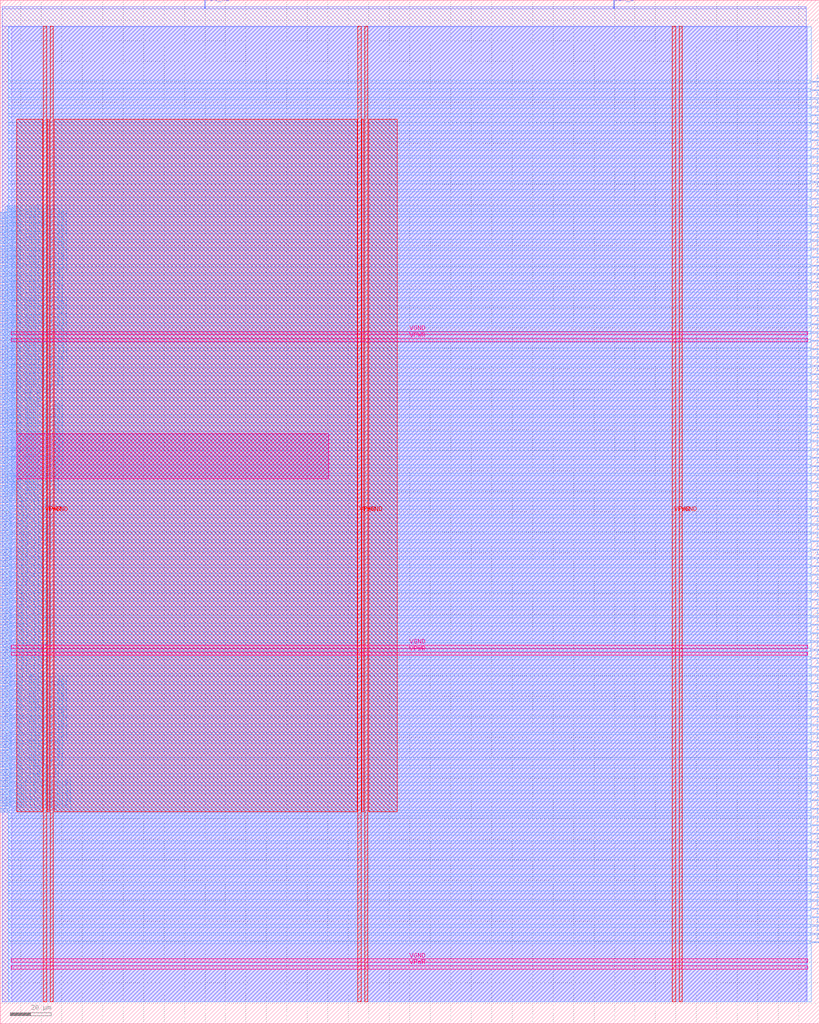
<source format=lef>
VERSION 5.7 ;
  NOWIREEXTENSIONATPIN ON ;
  DIVIDERCHAR "/" ;
  BUSBITCHARS "[]" ;
MACRO core
  CLASS BLOCK ;
  FOREIGN core ;
  ORIGIN 0.000 0.000 ;
  SIZE 400.000 BY 500.000 ;
  PIN VGND
    USE GROUND ;
    PORT
      LAYER met5 ;
        RECT 5.280 336.390 394.460 337.990 ;
    END
    PORT
      LAYER met5 ;
        RECT 5.280 183.210 394.460 184.810 ;
    END
    PORT
      LAYER met5 ;
        RECT 5.280 30.030 394.460 31.630 ;
    END
    PORT
      LAYER met4 ;
        RECT 331.540 10.640 333.140 487.120 ;
    END
    PORT
      LAYER met4 ;
        RECT 177.940 10.640 179.540 487.120 ;
    END
    PORT
      LAYER met4 ;
        RECT 24.340 10.640 25.940 487.120 ;
    END
  END VGND
  PIN VPWR
    USE POWER ;
    PORT
      LAYER met5 ;
        RECT 5.280 333.090 394.460 334.690 ;
    END
    PORT
      LAYER met5 ;
        RECT 5.280 179.910 394.460 181.510 ;
    END
    PORT
      LAYER met5 ;
        RECT 5.280 26.730 394.460 28.330 ;
    END
    PORT
      LAYER met4 ;
        RECT 328.240 10.640 329.840 487.120 ;
    END
    PORT
      LAYER met4 ;
        RECT 174.640 10.640 176.240 487.120 ;
    END
    PORT
      LAYER met4 ;
        RECT 21.040 10.640 22.640 487.120 ;
    END
  END VPWR
  PIN clk_i
    PORT
      LAYER met2 ;
        RECT 299.550 496.000 299.830 500.000 ;
    END
  END clk_i
  PIN dmem_addr_o[0]
    PORT
      LAYER met3 ;
        RECT 0.000 258.440 4.000 259.040 ;
    END
  END dmem_addr_o[0]
  PIN dmem_addr_o[10]
    PORT
      LAYER met3 ;
        RECT 0.000 272.040 4.000 272.640 ;
    END
  END dmem_addr_o[10]
  PIN dmem_addr_o[11]
    PORT
      LAYER met3 ;
        RECT 0.000 273.400 4.000 274.000 ;
    END
  END dmem_addr_o[11]
  PIN dmem_addr_o[12]
    PORT
      LAYER met3 ;
        RECT 0.000 274.760 4.000 275.360 ;
    END
  END dmem_addr_o[12]
  PIN dmem_addr_o[13]
    PORT
      LAYER met3 ;
        RECT 0.000 276.120 4.000 276.720 ;
    END
  END dmem_addr_o[13]
  PIN dmem_addr_o[14]
    PORT
      LAYER met3 ;
        RECT 0.000 277.480 4.000 278.080 ;
    END
  END dmem_addr_o[14]
  PIN dmem_addr_o[15]
    PORT
      LAYER met3 ;
        RECT 0.000 278.840 4.000 279.440 ;
    END
  END dmem_addr_o[15]
  PIN dmem_addr_o[16]
    PORT
      LAYER met3 ;
        RECT 0.000 280.200 4.000 280.800 ;
    END
  END dmem_addr_o[16]
  PIN dmem_addr_o[17]
    PORT
      LAYER met3 ;
        RECT 0.000 281.560 4.000 282.160 ;
    END
  END dmem_addr_o[17]
  PIN dmem_addr_o[18]
    PORT
      LAYER met3 ;
        RECT 0.000 282.920 4.000 283.520 ;
    END
  END dmem_addr_o[18]
  PIN dmem_addr_o[19]
    PORT
      LAYER met3 ;
        RECT 0.000 284.280 4.000 284.880 ;
    END
  END dmem_addr_o[19]
  PIN dmem_addr_o[1]
    PORT
      LAYER met3 ;
        RECT 0.000 259.800 4.000 260.400 ;
    END
  END dmem_addr_o[1]
  PIN dmem_addr_o[20]
    PORT
      LAYER met3 ;
        RECT 0.000 285.640 4.000 286.240 ;
    END
  END dmem_addr_o[20]
  PIN dmem_addr_o[21]
    PORT
      LAYER met3 ;
        RECT 0.000 287.000 4.000 287.600 ;
    END
  END dmem_addr_o[21]
  PIN dmem_addr_o[22]
    PORT
      LAYER met3 ;
        RECT 0.000 288.360 4.000 288.960 ;
    END
  END dmem_addr_o[22]
  PIN dmem_addr_o[23]
    PORT
      LAYER met3 ;
        RECT 0.000 289.720 4.000 290.320 ;
    END
  END dmem_addr_o[23]
  PIN dmem_addr_o[24]
    PORT
      LAYER met3 ;
        RECT 0.000 291.080 4.000 291.680 ;
    END
  END dmem_addr_o[24]
  PIN dmem_addr_o[25]
    PORT
      LAYER met3 ;
        RECT 0.000 292.440 4.000 293.040 ;
    END
  END dmem_addr_o[25]
  PIN dmem_addr_o[26]
    PORT
      LAYER met3 ;
        RECT 0.000 293.800 4.000 294.400 ;
    END
  END dmem_addr_o[26]
  PIN dmem_addr_o[27]
    PORT
      LAYER met3 ;
        RECT 0.000 295.160 4.000 295.760 ;
    END
  END dmem_addr_o[27]
  PIN dmem_addr_o[28]
    PORT
      LAYER met3 ;
        RECT 0.000 296.520 4.000 297.120 ;
    END
  END dmem_addr_o[28]
  PIN dmem_addr_o[29]
    PORT
      LAYER met3 ;
        RECT 0.000 297.880 4.000 298.480 ;
    END
  END dmem_addr_o[29]
  PIN dmem_addr_o[2]
    PORT
      LAYER met3 ;
        RECT 0.000 261.160 4.000 261.760 ;
    END
  END dmem_addr_o[2]
  PIN dmem_addr_o[30]
    PORT
      LAYER met3 ;
        RECT 0.000 299.240 4.000 299.840 ;
    END
  END dmem_addr_o[30]
  PIN dmem_addr_o[31]
    PORT
      LAYER met3 ;
        RECT 0.000 300.600 4.000 301.200 ;
    END
  END dmem_addr_o[31]
  PIN dmem_addr_o[3]
    PORT
      LAYER met3 ;
        RECT 0.000 262.520 4.000 263.120 ;
    END
  END dmem_addr_o[3]
  PIN dmem_addr_o[4]
    PORT
      LAYER met3 ;
        RECT 0.000 263.880 4.000 264.480 ;
    END
  END dmem_addr_o[4]
  PIN dmem_addr_o[5]
    PORT
      LAYER met3 ;
        RECT 0.000 265.240 4.000 265.840 ;
    END
  END dmem_addr_o[5]
  PIN dmem_addr_o[6]
    PORT
      LAYER met3 ;
        RECT 0.000 266.600 4.000 267.200 ;
    END
  END dmem_addr_o[6]
  PIN dmem_addr_o[7]
    PORT
      LAYER met3 ;
        RECT 0.000 267.960 4.000 268.560 ;
    END
  END dmem_addr_o[7]
  PIN dmem_addr_o[8]
    PORT
      LAYER met3 ;
        RECT 0.000 269.320 4.000 269.920 ;
    END
  END dmem_addr_o[8]
  PIN dmem_addr_o[9]
    PORT
      LAYER met3 ;
        RECT 0.000 270.680 4.000 271.280 ;
    END
  END dmem_addr_o[9]
  PIN dmem_be_o[0]
    PORT
      LAYER met3 ;
        RECT 0.000 303.320 4.000 303.920 ;
    END
  END dmem_be_o[0]
  PIN dmem_be_o[1]
    PORT
      LAYER met3 ;
        RECT 0.000 304.680 4.000 305.280 ;
    END
  END dmem_be_o[1]
  PIN dmem_be_o[2]
    PORT
      LAYER met3 ;
        RECT 0.000 306.040 4.000 306.640 ;
    END
  END dmem_be_o[2]
  PIN dmem_be_o[3]
    PORT
      LAYER met3 ;
        RECT 0.000 307.400 4.000 308.000 ;
    END
  END dmem_be_o[3]
  PIN dmem_gnt_i
    PORT
      LAYER met3 ;
        RECT 0.000 257.080 4.000 257.680 ;
    END
  END dmem_gnt_i
  PIN dmem_rdata_i[0]
    PORT
      LAYER met3 ;
        RECT 0.000 352.280 4.000 352.880 ;
    END
  END dmem_rdata_i[0]
  PIN dmem_rdata_i[10]
    PORT
      LAYER met3 ;
        RECT 0.000 365.880 4.000 366.480 ;
    END
  END dmem_rdata_i[10]
  PIN dmem_rdata_i[11]
    PORT
      LAYER met3 ;
        RECT 0.000 367.240 4.000 367.840 ;
    END
  END dmem_rdata_i[11]
  PIN dmem_rdata_i[12]
    PORT
      LAYER met3 ;
        RECT 0.000 368.600 4.000 369.200 ;
    END
  END dmem_rdata_i[12]
  PIN dmem_rdata_i[13]
    PORT
      LAYER met3 ;
        RECT 0.000 369.960 4.000 370.560 ;
    END
  END dmem_rdata_i[13]
  PIN dmem_rdata_i[14]
    PORT
      LAYER met3 ;
        RECT 0.000 371.320 4.000 371.920 ;
    END
  END dmem_rdata_i[14]
  PIN dmem_rdata_i[15]
    PORT
      LAYER met3 ;
        RECT 0.000 372.680 4.000 373.280 ;
    END
  END dmem_rdata_i[15]
  PIN dmem_rdata_i[16]
    PORT
      LAYER met3 ;
        RECT 0.000 374.040 4.000 374.640 ;
    END
  END dmem_rdata_i[16]
  PIN dmem_rdata_i[17]
    PORT
      LAYER met3 ;
        RECT 0.000 375.400 4.000 376.000 ;
    END
  END dmem_rdata_i[17]
  PIN dmem_rdata_i[18]
    PORT
      LAYER met3 ;
        RECT 0.000 376.760 4.000 377.360 ;
    END
  END dmem_rdata_i[18]
  PIN dmem_rdata_i[19]
    PORT
      LAYER met3 ;
        RECT 0.000 378.120 4.000 378.720 ;
    END
  END dmem_rdata_i[19]
  PIN dmem_rdata_i[1]
    PORT
      LAYER met3 ;
        RECT 0.000 353.640 4.000 354.240 ;
    END
  END dmem_rdata_i[1]
  PIN dmem_rdata_i[20]
    PORT
      LAYER met3 ;
        RECT 0.000 379.480 4.000 380.080 ;
    END
  END dmem_rdata_i[20]
  PIN dmem_rdata_i[21]
    PORT
      LAYER met3 ;
        RECT 0.000 380.840 4.000 381.440 ;
    END
  END dmem_rdata_i[21]
  PIN dmem_rdata_i[22]
    PORT
      LAYER met3 ;
        RECT 0.000 382.200 4.000 382.800 ;
    END
  END dmem_rdata_i[22]
  PIN dmem_rdata_i[23]
    PORT
      LAYER met3 ;
        RECT 0.000 383.560 4.000 384.160 ;
    END
  END dmem_rdata_i[23]
  PIN dmem_rdata_i[24]
    PORT
      LAYER met3 ;
        RECT 0.000 384.920 4.000 385.520 ;
    END
  END dmem_rdata_i[24]
  PIN dmem_rdata_i[25]
    PORT
      LAYER met3 ;
        RECT 0.000 386.280 4.000 386.880 ;
    END
  END dmem_rdata_i[25]
  PIN dmem_rdata_i[26]
    PORT
      LAYER met3 ;
        RECT 0.000 387.640 4.000 388.240 ;
    END
  END dmem_rdata_i[26]
  PIN dmem_rdata_i[27]
    PORT
      LAYER met3 ;
        RECT 0.000 389.000 4.000 389.600 ;
    END
  END dmem_rdata_i[27]
  PIN dmem_rdata_i[28]
    PORT
      LAYER met3 ;
        RECT 0.000 390.360 4.000 390.960 ;
    END
  END dmem_rdata_i[28]
  PIN dmem_rdata_i[29]
    PORT
      LAYER met3 ;
        RECT 0.000 391.720 4.000 392.320 ;
    END
  END dmem_rdata_i[29]
  PIN dmem_rdata_i[2]
    PORT
      LAYER met3 ;
        RECT 0.000 355.000 4.000 355.600 ;
    END
  END dmem_rdata_i[2]
  PIN dmem_rdata_i[30]
    PORT
      LAYER met3 ;
        RECT 0.000 393.080 4.000 393.680 ;
    END
  END dmem_rdata_i[30]
  PIN dmem_rdata_i[31]
    PORT
      LAYER met3 ;
        RECT 0.000 394.440 4.000 395.040 ;
    END
  END dmem_rdata_i[31]
  PIN dmem_rdata_i[3]
    PORT
      LAYER met3 ;
        RECT 0.000 356.360 4.000 356.960 ;
    END
  END dmem_rdata_i[3]
  PIN dmem_rdata_i[4]
    PORT
      LAYER met3 ;
        RECT 0.000 357.720 4.000 358.320 ;
    END
  END dmem_rdata_i[4]
  PIN dmem_rdata_i[5]
    PORT
      LAYER met3 ;
        RECT 0.000 359.080 4.000 359.680 ;
    END
  END dmem_rdata_i[5]
  PIN dmem_rdata_i[6]
    PORT
      LAYER met3 ;
        RECT 0.000 360.440 4.000 361.040 ;
    END
  END dmem_rdata_i[6]
  PIN dmem_rdata_i[7]
    PORT
      LAYER met3 ;
        RECT 0.000 361.800 4.000 362.400 ;
    END
  END dmem_rdata_i[7]
  PIN dmem_rdata_i[8]
    PORT
      LAYER met3 ;
        RECT 0.000 363.160 4.000 363.760 ;
    END
  END dmem_rdata_i[8]
  PIN dmem_rdata_i[9]
    PORT
      LAYER met3 ;
        RECT 0.000 364.520 4.000 365.120 ;
    END
  END dmem_rdata_i[9]
  PIN dmem_req_o
    PORT
      LAYER met3 ;
        RECT 0.000 255.720 4.000 256.320 ;
    END
  END dmem_req_o
  PIN dmem_rvalid_i
    PORT
      LAYER met3 ;
        RECT 0.000 395.800 4.000 396.400 ;
    END
  END dmem_rvalid_i
  PIN dmem_wdata_o[0]
    PORT
      LAYER met3 ;
        RECT 0.000 308.760 4.000 309.360 ;
    END
  END dmem_wdata_o[0]
  PIN dmem_wdata_o[10]
    PORT
      LAYER met3 ;
        RECT 0.000 322.360 4.000 322.960 ;
    END
  END dmem_wdata_o[10]
  PIN dmem_wdata_o[11]
    PORT
      LAYER met3 ;
        RECT 0.000 323.720 4.000 324.320 ;
    END
  END dmem_wdata_o[11]
  PIN dmem_wdata_o[12]
    PORT
      LAYER met3 ;
        RECT 0.000 325.080 4.000 325.680 ;
    END
  END dmem_wdata_o[12]
  PIN dmem_wdata_o[13]
    PORT
      LAYER met3 ;
        RECT 0.000 326.440 4.000 327.040 ;
    END
  END dmem_wdata_o[13]
  PIN dmem_wdata_o[14]
    PORT
      LAYER met3 ;
        RECT 0.000 327.800 4.000 328.400 ;
    END
  END dmem_wdata_o[14]
  PIN dmem_wdata_o[15]
    PORT
      LAYER met3 ;
        RECT 0.000 329.160 4.000 329.760 ;
    END
  END dmem_wdata_o[15]
  PIN dmem_wdata_o[16]
    PORT
      LAYER met3 ;
        RECT 0.000 330.520 4.000 331.120 ;
    END
  END dmem_wdata_o[16]
  PIN dmem_wdata_o[17]
    PORT
      LAYER met3 ;
        RECT 0.000 331.880 4.000 332.480 ;
    END
  END dmem_wdata_o[17]
  PIN dmem_wdata_o[18]
    PORT
      LAYER met3 ;
        RECT 0.000 333.240 4.000 333.840 ;
    END
  END dmem_wdata_o[18]
  PIN dmem_wdata_o[19]
    PORT
      LAYER met3 ;
        RECT 0.000 334.600 4.000 335.200 ;
    END
  END dmem_wdata_o[19]
  PIN dmem_wdata_o[1]
    PORT
      LAYER met3 ;
        RECT 0.000 310.120 4.000 310.720 ;
    END
  END dmem_wdata_o[1]
  PIN dmem_wdata_o[20]
    PORT
      LAYER met3 ;
        RECT 0.000 335.960 4.000 336.560 ;
    END
  END dmem_wdata_o[20]
  PIN dmem_wdata_o[21]
    PORT
      LAYER met3 ;
        RECT 0.000 337.320 4.000 337.920 ;
    END
  END dmem_wdata_o[21]
  PIN dmem_wdata_o[22]
    PORT
      LAYER met3 ;
        RECT 0.000 338.680 4.000 339.280 ;
    END
  END dmem_wdata_o[22]
  PIN dmem_wdata_o[23]
    PORT
      LAYER met3 ;
        RECT 0.000 340.040 4.000 340.640 ;
    END
  END dmem_wdata_o[23]
  PIN dmem_wdata_o[24]
    PORT
      LAYER met3 ;
        RECT 0.000 341.400 4.000 342.000 ;
    END
  END dmem_wdata_o[24]
  PIN dmem_wdata_o[25]
    PORT
      LAYER met3 ;
        RECT 0.000 342.760 4.000 343.360 ;
    END
  END dmem_wdata_o[25]
  PIN dmem_wdata_o[26]
    PORT
      LAYER met3 ;
        RECT 0.000 344.120 4.000 344.720 ;
    END
  END dmem_wdata_o[26]
  PIN dmem_wdata_o[27]
    PORT
      LAYER met3 ;
        RECT 0.000 345.480 4.000 346.080 ;
    END
  END dmem_wdata_o[27]
  PIN dmem_wdata_o[28]
    PORT
      LAYER met3 ;
        RECT 0.000 346.840 4.000 347.440 ;
    END
  END dmem_wdata_o[28]
  PIN dmem_wdata_o[29]
    PORT
      LAYER met3 ;
        RECT 0.000 348.200 4.000 348.800 ;
    END
  END dmem_wdata_o[29]
  PIN dmem_wdata_o[2]
    PORT
      LAYER met3 ;
        RECT 0.000 311.480 4.000 312.080 ;
    END
  END dmem_wdata_o[2]
  PIN dmem_wdata_o[30]
    PORT
      LAYER met3 ;
        RECT 0.000 349.560 4.000 350.160 ;
    END
  END dmem_wdata_o[30]
  PIN dmem_wdata_o[31]
    PORT
      LAYER met3 ;
        RECT 0.000 350.920 4.000 351.520 ;
    END
  END dmem_wdata_o[31]
  PIN dmem_wdata_o[3]
    PORT
      LAYER met3 ;
        RECT 0.000 312.840 4.000 313.440 ;
    END
  END dmem_wdata_o[3]
  PIN dmem_wdata_o[4]
    PORT
      LAYER met3 ;
        RECT 0.000 314.200 4.000 314.800 ;
    END
  END dmem_wdata_o[4]
  PIN dmem_wdata_o[5]
    PORT
      LAYER met3 ;
        RECT 0.000 315.560 4.000 316.160 ;
    END
  END dmem_wdata_o[5]
  PIN dmem_wdata_o[6]
    PORT
      LAYER met3 ;
        RECT 0.000 316.920 4.000 317.520 ;
    END
  END dmem_wdata_o[6]
  PIN dmem_wdata_o[7]
    PORT
      LAYER met3 ;
        RECT 0.000 318.280 4.000 318.880 ;
    END
  END dmem_wdata_o[7]
  PIN dmem_wdata_o[8]
    PORT
      LAYER met3 ;
        RECT 0.000 319.640 4.000 320.240 ;
    END
  END dmem_wdata_o[8]
  PIN dmem_wdata_o[9]
    PORT
      LAYER met3 ;
        RECT 0.000 321.000 4.000 321.600 ;
    END
  END dmem_wdata_o[9]
  PIN dmem_we_o
    PORT
      LAYER met3 ;
        RECT 0.000 301.960 4.000 302.560 ;
    END
  END dmem_we_o
  PIN imem_addr_o[0]
    PORT
      LAYER met3 ;
        RECT 396.000 47.640 400.000 48.240 ;
    END
  END imem_addr_o[0]
  PIN imem_addr_o[10]
    PORT
      LAYER met3 ;
        RECT 396.000 88.440 400.000 89.040 ;
    END
  END imem_addr_o[10]
  PIN imem_addr_o[11]
    PORT
      LAYER met3 ;
        RECT 396.000 92.520 400.000 93.120 ;
    END
  END imem_addr_o[11]
  PIN imem_addr_o[12]
    PORT
      LAYER met3 ;
        RECT 396.000 96.600 400.000 97.200 ;
    END
  END imem_addr_o[12]
  PIN imem_addr_o[13]
    PORT
      LAYER met3 ;
        RECT 396.000 100.680 400.000 101.280 ;
    END
  END imem_addr_o[13]
  PIN imem_addr_o[14]
    PORT
      LAYER met3 ;
        RECT 396.000 104.760 400.000 105.360 ;
    END
  END imem_addr_o[14]
  PIN imem_addr_o[15]
    PORT
      LAYER met3 ;
        RECT 396.000 108.840 400.000 109.440 ;
    END
  END imem_addr_o[15]
  PIN imem_addr_o[16]
    PORT
      LAYER met3 ;
        RECT 396.000 112.920 400.000 113.520 ;
    END
  END imem_addr_o[16]
  PIN imem_addr_o[17]
    PORT
      LAYER met3 ;
        RECT 396.000 117.000 400.000 117.600 ;
    END
  END imem_addr_o[17]
  PIN imem_addr_o[18]
    PORT
      LAYER met3 ;
        RECT 396.000 121.080 400.000 121.680 ;
    END
  END imem_addr_o[18]
  PIN imem_addr_o[19]
    PORT
      LAYER met3 ;
        RECT 396.000 125.160 400.000 125.760 ;
    END
  END imem_addr_o[19]
  PIN imem_addr_o[1]
    PORT
      LAYER met3 ;
        RECT 396.000 51.720 400.000 52.320 ;
    END
  END imem_addr_o[1]
  PIN imem_addr_o[20]
    PORT
      LAYER met3 ;
        RECT 396.000 129.240 400.000 129.840 ;
    END
  END imem_addr_o[20]
  PIN imem_addr_o[21]
    PORT
      LAYER met3 ;
        RECT 396.000 133.320 400.000 133.920 ;
    END
  END imem_addr_o[21]
  PIN imem_addr_o[22]
    PORT
      LAYER met3 ;
        RECT 396.000 137.400 400.000 138.000 ;
    END
  END imem_addr_o[22]
  PIN imem_addr_o[23]
    PORT
      LAYER met3 ;
        RECT 396.000 141.480 400.000 142.080 ;
    END
  END imem_addr_o[23]
  PIN imem_addr_o[24]
    PORT
      LAYER met3 ;
        RECT 396.000 145.560 400.000 146.160 ;
    END
  END imem_addr_o[24]
  PIN imem_addr_o[25]
    PORT
      LAYER met3 ;
        RECT 396.000 149.640 400.000 150.240 ;
    END
  END imem_addr_o[25]
  PIN imem_addr_o[26]
    PORT
      LAYER met3 ;
        RECT 396.000 153.720 400.000 154.320 ;
    END
  END imem_addr_o[26]
  PIN imem_addr_o[27]
    PORT
      LAYER met3 ;
        RECT 396.000 157.800 400.000 158.400 ;
    END
  END imem_addr_o[27]
  PIN imem_addr_o[28]
    PORT
      LAYER met3 ;
        RECT 396.000 161.880 400.000 162.480 ;
    END
  END imem_addr_o[28]
  PIN imem_addr_o[29]
    PORT
      LAYER met3 ;
        RECT 396.000 165.960 400.000 166.560 ;
    END
  END imem_addr_o[29]
  PIN imem_addr_o[2]
    PORT
      LAYER met3 ;
        RECT 396.000 55.800 400.000 56.400 ;
    END
  END imem_addr_o[2]
  PIN imem_addr_o[30]
    PORT
      LAYER met3 ;
        RECT 396.000 170.040 400.000 170.640 ;
    END
  END imem_addr_o[30]
  PIN imem_addr_o[31]
    PORT
      LAYER met3 ;
        RECT 396.000 174.120 400.000 174.720 ;
    END
  END imem_addr_o[31]
  PIN imem_addr_o[3]
    PORT
      LAYER met3 ;
        RECT 396.000 59.880 400.000 60.480 ;
    END
  END imem_addr_o[3]
  PIN imem_addr_o[4]
    PORT
      LAYER met3 ;
        RECT 396.000 63.960 400.000 64.560 ;
    END
  END imem_addr_o[4]
  PIN imem_addr_o[5]
    PORT
      LAYER met3 ;
        RECT 396.000 68.040 400.000 68.640 ;
    END
  END imem_addr_o[5]
  PIN imem_addr_o[6]
    PORT
      LAYER met3 ;
        RECT 396.000 72.120 400.000 72.720 ;
    END
  END imem_addr_o[6]
  PIN imem_addr_o[7]
    PORT
      LAYER met3 ;
        RECT 396.000 76.200 400.000 76.800 ;
    END
  END imem_addr_o[7]
  PIN imem_addr_o[8]
    PORT
      LAYER met3 ;
        RECT 396.000 80.280 400.000 80.880 ;
    END
  END imem_addr_o[8]
  PIN imem_addr_o[9]
    PORT
      LAYER met3 ;
        RECT 396.000 84.360 400.000 84.960 ;
    END
  END imem_addr_o[9]
  PIN imem_be_o[0]
    PORT
      LAYER met3 ;
        RECT 396.000 182.280 400.000 182.880 ;
    END
  END imem_be_o[0]
  PIN imem_be_o[1]
    PORT
      LAYER met3 ;
        RECT 396.000 186.360 400.000 186.960 ;
    END
  END imem_be_o[1]
  PIN imem_be_o[2]
    PORT
      LAYER met3 ;
        RECT 396.000 190.440 400.000 191.040 ;
    END
  END imem_be_o[2]
  PIN imem_be_o[3]
    PORT
      LAYER met3 ;
        RECT 396.000 194.520 400.000 195.120 ;
    END
  END imem_be_o[3]
  PIN imem_gnt_i
    PORT
      LAYER met3 ;
        RECT 396.000 43.560 400.000 44.160 ;
    END
  END imem_gnt_i
  PIN imem_rdata_i[0]
    PORT
      LAYER met3 ;
        RECT 396.000 333.240 400.000 333.840 ;
    END
  END imem_rdata_i[0]
  PIN imem_rdata_i[10]
    PORT
      LAYER met3 ;
        RECT 396.000 374.040 400.000 374.640 ;
    END
  END imem_rdata_i[10]
  PIN imem_rdata_i[11]
    PORT
      LAYER met3 ;
        RECT 396.000 378.120 400.000 378.720 ;
    END
  END imem_rdata_i[11]
  PIN imem_rdata_i[12]
    PORT
      LAYER met3 ;
        RECT 396.000 382.200 400.000 382.800 ;
    END
  END imem_rdata_i[12]
  PIN imem_rdata_i[13]
    PORT
      LAYER met3 ;
        RECT 396.000 386.280 400.000 386.880 ;
    END
  END imem_rdata_i[13]
  PIN imem_rdata_i[14]
    PORT
      LAYER met3 ;
        RECT 396.000 390.360 400.000 390.960 ;
    END
  END imem_rdata_i[14]
  PIN imem_rdata_i[15]
    PORT
      LAYER met3 ;
        RECT 396.000 394.440 400.000 395.040 ;
    END
  END imem_rdata_i[15]
  PIN imem_rdata_i[16]
    PORT
      LAYER met3 ;
        RECT 396.000 398.520 400.000 399.120 ;
    END
  END imem_rdata_i[16]
  PIN imem_rdata_i[17]
    PORT
      LAYER met3 ;
        RECT 396.000 402.600 400.000 403.200 ;
    END
  END imem_rdata_i[17]
  PIN imem_rdata_i[18]
    PORT
      LAYER met3 ;
        RECT 396.000 406.680 400.000 407.280 ;
    END
  END imem_rdata_i[18]
  PIN imem_rdata_i[19]
    PORT
      LAYER met3 ;
        RECT 396.000 410.760 400.000 411.360 ;
    END
  END imem_rdata_i[19]
  PIN imem_rdata_i[1]
    PORT
      LAYER met3 ;
        RECT 396.000 337.320 400.000 337.920 ;
    END
  END imem_rdata_i[1]
  PIN imem_rdata_i[20]
    PORT
      LAYER met3 ;
        RECT 396.000 414.840 400.000 415.440 ;
    END
  END imem_rdata_i[20]
  PIN imem_rdata_i[21]
    PORT
      LAYER met3 ;
        RECT 396.000 418.920 400.000 419.520 ;
    END
  END imem_rdata_i[21]
  PIN imem_rdata_i[22]
    PORT
      LAYER met3 ;
        RECT 396.000 423.000 400.000 423.600 ;
    END
  END imem_rdata_i[22]
  PIN imem_rdata_i[23]
    PORT
      LAYER met3 ;
        RECT 396.000 427.080 400.000 427.680 ;
    END
  END imem_rdata_i[23]
  PIN imem_rdata_i[24]
    PORT
      LAYER met3 ;
        RECT 396.000 431.160 400.000 431.760 ;
    END
  END imem_rdata_i[24]
  PIN imem_rdata_i[25]
    PORT
      LAYER met3 ;
        RECT 396.000 435.240 400.000 435.840 ;
    END
  END imem_rdata_i[25]
  PIN imem_rdata_i[26]
    PORT
      LAYER met3 ;
        RECT 396.000 439.320 400.000 439.920 ;
    END
  END imem_rdata_i[26]
  PIN imem_rdata_i[27]
    PORT
      LAYER met3 ;
        RECT 396.000 443.400 400.000 444.000 ;
    END
  END imem_rdata_i[27]
  PIN imem_rdata_i[28]
    PORT
      LAYER met3 ;
        RECT 396.000 447.480 400.000 448.080 ;
    END
  END imem_rdata_i[28]
  PIN imem_rdata_i[29]
    PORT
      LAYER met3 ;
        RECT 396.000 451.560 400.000 452.160 ;
    END
  END imem_rdata_i[29]
  PIN imem_rdata_i[2]
    PORT
      LAYER met3 ;
        RECT 396.000 341.400 400.000 342.000 ;
    END
  END imem_rdata_i[2]
  PIN imem_rdata_i[30]
    PORT
      LAYER met3 ;
        RECT 396.000 455.640 400.000 456.240 ;
    END
  END imem_rdata_i[30]
  PIN imem_rdata_i[31]
    PORT
      LAYER met3 ;
        RECT 396.000 459.720 400.000 460.320 ;
    END
  END imem_rdata_i[31]
  PIN imem_rdata_i[3]
    PORT
      LAYER met3 ;
        RECT 396.000 345.480 400.000 346.080 ;
    END
  END imem_rdata_i[3]
  PIN imem_rdata_i[4]
    PORT
      LAYER met3 ;
        RECT 396.000 349.560 400.000 350.160 ;
    END
  END imem_rdata_i[4]
  PIN imem_rdata_i[5]
    PORT
      LAYER met3 ;
        RECT 396.000 353.640 400.000 354.240 ;
    END
  END imem_rdata_i[5]
  PIN imem_rdata_i[6]
    PORT
      LAYER met3 ;
        RECT 396.000 357.720 400.000 358.320 ;
    END
  END imem_rdata_i[6]
  PIN imem_rdata_i[7]
    PORT
      LAYER met3 ;
        RECT 396.000 361.800 400.000 362.400 ;
    END
  END imem_rdata_i[7]
  PIN imem_rdata_i[8]
    PORT
      LAYER met3 ;
        RECT 396.000 365.880 400.000 366.480 ;
    END
  END imem_rdata_i[8]
  PIN imem_rdata_i[9]
    PORT
      LAYER met3 ;
        RECT 396.000 369.960 400.000 370.560 ;
    END
  END imem_rdata_i[9]
  PIN imem_req_o
    PORT
      LAYER met3 ;
        RECT 396.000 39.480 400.000 40.080 ;
    END
  END imem_req_o
  PIN imem_rvalid_i
    PORT
      LAYER met3 ;
        RECT 396.000 329.160 400.000 329.760 ;
    END
  END imem_rvalid_i
  PIN imem_wdata_o[0]
    PORT
      LAYER met3 ;
        RECT 396.000 198.600 400.000 199.200 ;
    END
  END imem_wdata_o[0]
  PIN imem_wdata_o[10]
    PORT
      LAYER met3 ;
        RECT 396.000 239.400 400.000 240.000 ;
    END
  END imem_wdata_o[10]
  PIN imem_wdata_o[11]
    PORT
      LAYER met3 ;
        RECT 396.000 243.480 400.000 244.080 ;
    END
  END imem_wdata_o[11]
  PIN imem_wdata_o[12]
    PORT
      LAYER met3 ;
        RECT 396.000 247.560 400.000 248.160 ;
    END
  END imem_wdata_o[12]
  PIN imem_wdata_o[13]
    PORT
      LAYER met3 ;
        RECT 396.000 251.640 400.000 252.240 ;
    END
  END imem_wdata_o[13]
  PIN imem_wdata_o[14]
    PORT
      LAYER met3 ;
        RECT 396.000 255.720 400.000 256.320 ;
    END
  END imem_wdata_o[14]
  PIN imem_wdata_o[15]
    PORT
      LAYER met3 ;
        RECT 396.000 259.800 400.000 260.400 ;
    END
  END imem_wdata_o[15]
  PIN imem_wdata_o[16]
    PORT
      LAYER met3 ;
        RECT 396.000 263.880 400.000 264.480 ;
    END
  END imem_wdata_o[16]
  PIN imem_wdata_o[17]
    PORT
      LAYER met3 ;
        RECT 396.000 267.960 400.000 268.560 ;
    END
  END imem_wdata_o[17]
  PIN imem_wdata_o[18]
    PORT
      LAYER met3 ;
        RECT 396.000 272.040 400.000 272.640 ;
    END
  END imem_wdata_o[18]
  PIN imem_wdata_o[19]
    PORT
      LAYER met3 ;
        RECT 396.000 276.120 400.000 276.720 ;
    END
  END imem_wdata_o[19]
  PIN imem_wdata_o[1]
    PORT
      LAYER met3 ;
        RECT 396.000 202.680 400.000 203.280 ;
    END
  END imem_wdata_o[1]
  PIN imem_wdata_o[20]
    PORT
      LAYER met3 ;
        RECT 396.000 280.200 400.000 280.800 ;
    END
  END imem_wdata_o[20]
  PIN imem_wdata_o[21]
    PORT
      LAYER met3 ;
        RECT 396.000 284.280 400.000 284.880 ;
    END
  END imem_wdata_o[21]
  PIN imem_wdata_o[22]
    PORT
      LAYER met3 ;
        RECT 396.000 288.360 400.000 288.960 ;
    END
  END imem_wdata_o[22]
  PIN imem_wdata_o[23]
    PORT
      LAYER met3 ;
        RECT 396.000 292.440 400.000 293.040 ;
    END
  END imem_wdata_o[23]
  PIN imem_wdata_o[24]
    PORT
      LAYER met3 ;
        RECT 396.000 296.520 400.000 297.120 ;
    END
  END imem_wdata_o[24]
  PIN imem_wdata_o[25]
    PORT
      LAYER met3 ;
        RECT 396.000 300.600 400.000 301.200 ;
    END
  END imem_wdata_o[25]
  PIN imem_wdata_o[26]
    PORT
      LAYER met3 ;
        RECT 396.000 304.680 400.000 305.280 ;
    END
  END imem_wdata_o[26]
  PIN imem_wdata_o[27]
    PORT
      LAYER met3 ;
        RECT 396.000 308.760 400.000 309.360 ;
    END
  END imem_wdata_o[27]
  PIN imem_wdata_o[28]
    PORT
      LAYER met3 ;
        RECT 396.000 312.840 400.000 313.440 ;
    END
  END imem_wdata_o[28]
  PIN imem_wdata_o[29]
    PORT
      LAYER met3 ;
        RECT 396.000 316.920 400.000 317.520 ;
    END
  END imem_wdata_o[29]
  PIN imem_wdata_o[2]
    PORT
      LAYER met3 ;
        RECT 396.000 206.760 400.000 207.360 ;
    END
  END imem_wdata_o[2]
  PIN imem_wdata_o[30]
    PORT
      LAYER met3 ;
        RECT 396.000 321.000 400.000 321.600 ;
    END
  END imem_wdata_o[30]
  PIN imem_wdata_o[31]
    PORT
      LAYER met3 ;
        RECT 396.000 325.080 400.000 325.680 ;
    END
  END imem_wdata_o[31]
  PIN imem_wdata_o[3]
    PORT
      LAYER met3 ;
        RECT 396.000 210.840 400.000 211.440 ;
    END
  END imem_wdata_o[3]
  PIN imem_wdata_o[4]
    PORT
      LAYER met3 ;
        RECT 396.000 214.920 400.000 215.520 ;
    END
  END imem_wdata_o[4]
  PIN imem_wdata_o[5]
    PORT
      LAYER met3 ;
        RECT 396.000 219.000 400.000 219.600 ;
    END
  END imem_wdata_o[5]
  PIN imem_wdata_o[6]
    PORT
      LAYER met3 ;
        RECT 396.000 223.080 400.000 223.680 ;
    END
  END imem_wdata_o[6]
  PIN imem_wdata_o[7]
    PORT
      LAYER met3 ;
        RECT 396.000 227.160 400.000 227.760 ;
    END
  END imem_wdata_o[7]
  PIN imem_wdata_o[8]
    PORT
      LAYER met3 ;
        RECT 396.000 231.240 400.000 231.840 ;
    END
  END imem_wdata_o[8]
  PIN imem_wdata_o[9]
    PORT
      LAYER met3 ;
        RECT 396.000 235.320 400.000 235.920 ;
    END
  END imem_wdata_o[9]
  PIN imem_we_o
    PORT
      LAYER met3 ;
        RECT 396.000 178.200 400.000 178.800 ;
    END
  END imem_we_o
  PIN rf_port1_reg_o[0]
    PORT
      LAYER met3 ;
        RECT 0.000 103.400 4.000 104.000 ;
    END
  END rf_port1_reg_o[0]
  PIN rf_port1_reg_o[1]
    PORT
      LAYER met3 ;
        RECT 0.000 104.760 4.000 105.360 ;
    END
  END rf_port1_reg_o[1]
  PIN rf_port1_reg_o[2]
    PORT
      LAYER met3 ;
        RECT 0.000 106.120 4.000 106.720 ;
    END
  END rf_port1_reg_o[2]
  PIN rf_port1_reg_o[3]
    PORT
      LAYER met3 ;
        RECT 0.000 107.480 4.000 108.080 ;
    END
  END rf_port1_reg_o[3]
  PIN rf_port1_reg_o[4]
    PORT
      LAYER met3 ;
        RECT 0.000 108.840 4.000 109.440 ;
    END
  END rf_port1_reg_o[4]
  PIN rf_port2_reg_o[0]
    PORT
      LAYER met3 ;
        RECT 0.000 110.200 4.000 110.800 ;
    END
  END rf_port2_reg_o[0]
  PIN rf_port2_reg_o[1]
    PORT
      LAYER met3 ;
        RECT 0.000 111.560 4.000 112.160 ;
    END
  END rf_port2_reg_o[1]
  PIN rf_port2_reg_o[2]
    PORT
      LAYER met3 ;
        RECT 0.000 112.920 4.000 113.520 ;
    END
  END rf_port2_reg_o[2]
  PIN rf_port2_reg_o[3]
    PORT
      LAYER met3 ;
        RECT 0.000 114.280 4.000 114.880 ;
    END
  END rf_port2_reg_o[3]
  PIN rf_port2_reg_o[4]
    PORT
      LAYER met3 ;
        RECT 0.000 115.640 4.000 116.240 ;
    END
  END rf_port2_reg_o[4]
  PIN rf_rs1_i[0]
    PORT
      LAYER met3 ;
        RECT 0.000 168.680 4.000 169.280 ;
    END
  END rf_rs1_i[0]
  PIN rf_rs1_i[10]
    PORT
      LAYER met3 ;
        RECT 0.000 182.280 4.000 182.880 ;
    END
  END rf_rs1_i[10]
  PIN rf_rs1_i[11]
    PORT
      LAYER met3 ;
        RECT 0.000 183.640 4.000 184.240 ;
    END
  END rf_rs1_i[11]
  PIN rf_rs1_i[12]
    PORT
      LAYER met3 ;
        RECT 0.000 185.000 4.000 185.600 ;
    END
  END rf_rs1_i[12]
  PIN rf_rs1_i[13]
    PORT
      LAYER met3 ;
        RECT 0.000 186.360 4.000 186.960 ;
    END
  END rf_rs1_i[13]
  PIN rf_rs1_i[14]
    PORT
      LAYER met3 ;
        RECT 0.000 187.720 4.000 188.320 ;
    END
  END rf_rs1_i[14]
  PIN rf_rs1_i[15]
    PORT
      LAYER met3 ;
        RECT 0.000 189.080 4.000 189.680 ;
    END
  END rf_rs1_i[15]
  PIN rf_rs1_i[16]
    PORT
      LAYER met3 ;
        RECT 0.000 190.440 4.000 191.040 ;
    END
  END rf_rs1_i[16]
  PIN rf_rs1_i[17]
    PORT
      LAYER met3 ;
        RECT 0.000 191.800 4.000 192.400 ;
    END
  END rf_rs1_i[17]
  PIN rf_rs1_i[18]
    PORT
      LAYER met3 ;
        RECT 0.000 193.160 4.000 193.760 ;
    END
  END rf_rs1_i[18]
  PIN rf_rs1_i[19]
    PORT
      LAYER met3 ;
        RECT 0.000 194.520 4.000 195.120 ;
    END
  END rf_rs1_i[19]
  PIN rf_rs1_i[1]
    PORT
      LAYER met3 ;
        RECT 0.000 170.040 4.000 170.640 ;
    END
  END rf_rs1_i[1]
  PIN rf_rs1_i[20]
    PORT
      LAYER met3 ;
        RECT 0.000 195.880 4.000 196.480 ;
    END
  END rf_rs1_i[20]
  PIN rf_rs1_i[21]
    PORT
      LAYER met3 ;
        RECT 0.000 197.240 4.000 197.840 ;
    END
  END rf_rs1_i[21]
  PIN rf_rs1_i[22]
    PORT
      LAYER met3 ;
        RECT 0.000 198.600 4.000 199.200 ;
    END
  END rf_rs1_i[22]
  PIN rf_rs1_i[23]
    PORT
      LAYER met3 ;
        RECT 0.000 199.960 4.000 200.560 ;
    END
  END rf_rs1_i[23]
  PIN rf_rs1_i[24]
    PORT
      LAYER met3 ;
        RECT 0.000 201.320 4.000 201.920 ;
    END
  END rf_rs1_i[24]
  PIN rf_rs1_i[25]
    PORT
      LAYER met3 ;
        RECT 0.000 202.680 4.000 203.280 ;
    END
  END rf_rs1_i[25]
  PIN rf_rs1_i[26]
    PORT
      LAYER met3 ;
        RECT 0.000 204.040 4.000 204.640 ;
    END
  END rf_rs1_i[26]
  PIN rf_rs1_i[27]
    PORT
      LAYER met3 ;
        RECT 0.000 205.400 4.000 206.000 ;
    END
  END rf_rs1_i[27]
  PIN rf_rs1_i[28]
    PORT
      LAYER met3 ;
        RECT 0.000 206.760 4.000 207.360 ;
    END
  END rf_rs1_i[28]
  PIN rf_rs1_i[29]
    PORT
      LAYER met3 ;
        RECT 0.000 208.120 4.000 208.720 ;
    END
  END rf_rs1_i[29]
  PIN rf_rs1_i[2]
    PORT
      LAYER met3 ;
        RECT 0.000 171.400 4.000 172.000 ;
    END
  END rf_rs1_i[2]
  PIN rf_rs1_i[30]
    PORT
      LAYER met3 ;
        RECT 0.000 209.480 4.000 210.080 ;
    END
  END rf_rs1_i[30]
  PIN rf_rs1_i[31]
    PORT
      LAYER met3 ;
        RECT 0.000 210.840 4.000 211.440 ;
    END
  END rf_rs1_i[31]
  PIN rf_rs1_i[3]
    PORT
      LAYER met3 ;
        RECT 0.000 172.760 4.000 173.360 ;
    END
  END rf_rs1_i[3]
  PIN rf_rs1_i[4]
    PORT
      LAYER met3 ;
        RECT 0.000 174.120 4.000 174.720 ;
    END
  END rf_rs1_i[4]
  PIN rf_rs1_i[5]
    PORT
      LAYER met3 ;
        RECT 0.000 175.480 4.000 176.080 ;
    END
  END rf_rs1_i[5]
  PIN rf_rs1_i[6]
    PORT
      LAYER met3 ;
        RECT 0.000 176.840 4.000 177.440 ;
    END
  END rf_rs1_i[6]
  PIN rf_rs1_i[7]
    PORT
      LAYER met3 ;
        RECT 0.000 178.200 4.000 178.800 ;
    END
  END rf_rs1_i[7]
  PIN rf_rs1_i[8]
    PORT
      LAYER met3 ;
        RECT 0.000 179.560 4.000 180.160 ;
    END
  END rf_rs1_i[8]
  PIN rf_rs1_i[9]
    PORT
      LAYER met3 ;
        RECT 0.000 180.920 4.000 181.520 ;
    END
  END rf_rs1_i[9]
  PIN rf_rs2_i[0]
    PORT
      LAYER met3 ;
        RECT 0.000 212.200 4.000 212.800 ;
    END
  END rf_rs2_i[0]
  PIN rf_rs2_i[10]
    PORT
      LAYER met3 ;
        RECT 0.000 225.800 4.000 226.400 ;
    END
  END rf_rs2_i[10]
  PIN rf_rs2_i[11]
    PORT
      LAYER met3 ;
        RECT 0.000 227.160 4.000 227.760 ;
    END
  END rf_rs2_i[11]
  PIN rf_rs2_i[12]
    PORT
      LAYER met3 ;
        RECT 0.000 228.520 4.000 229.120 ;
    END
  END rf_rs2_i[12]
  PIN rf_rs2_i[13]
    PORT
      LAYER met3 ;
        RECT 0.000 229.880 4.000 230.480 ;
    END
  END rf_rs2_i[13]
  PIN rf_rs2_i[14]
    PORT
      LAYER met3 ;
        RECT 0.000 231.240 4.000 231.840 ;
    END
  END rf_rs2_i[14]
  PIN rf_rs2_i[15]
    PORT
      LAYER met3 ;
        RECT 0.000 232.600 4.000 233.200 ;
    END
  END rf_rs2_i[15]
  PIN rf_rs2_i[16]
    PORT
      LAYER met3 ;
        RECT 0.000 233.960 4.000 234.560 ;
    END
  END rf_rs2_i[16]
  PIN rf_rs2_i[17]
    PORT
      LAYER met3 ;
        RECT 0.000 235.320 4.000 235.920 ;
    END
  END rf_rs2_i[17]
  PIN rf_rs2_i[18]
    PORT
      LAYER met3 ;
        RECT 0.000 236.680 4.000 237.280 ;
    END
  END rf_rs2_i[18]
  PIN rf_rs2_i[19]
    PORT
      LAYER met3 ;
        RECT 0.000 238.040 4.000 238.640 ;
    END
  END rf_rs2_i[19]
  PIN rf_rs2_i[1]
    PORT
      LAYER met3 ;
        RECT 0.000 213.560 4.000 214.160 ;
    END
  END rf_rs2_i[1]
  PIN rf_rs2_i[20]
    PORT
      LAYER met3 ;
        RECT 0.000 239.400 4.000 240.000 ;
    END
  END rf_rs2_i[20]
  PIN rf_rs2_i[21]
    PORT
      LAYER met3 ;
        RECT 0.000 240.760 4.000 241.360 ;
    END
  END rf_rs2_i[21]
  PIN rf_rs2_i[22]
    PORT
      LAYER met3 ;
        RECT 0.000 242.120 4.000 242.720 ;
    END
  END rf_rs2_i[22]
  PIN rf_rs2_i[23]
    PORT
      LAYER met3 ;
        RECT 0.000 243.480 4.000 244.080 ;
    END
  END rf_rs2_i[23]
  PIN rf_rs2_i[24]
    PORT
      LAYER met3 ;
        RECT 0.000 244.840 4.000 245.440 ;
    END
  END rf_rs2_i[24]
  PIN rf_rs2_i[25]
    PORT
      LAYER met3 ;
        RECT 0.000 246.200 4.000 246.800 ;
    END
  END rf_rs2_i[25]
  PIN rf_rs2_i[26]
    PORT
      LAYER met3 ;
        RECT 0.000 247.560 4.000 248.160 ;
    END
  END rf_rs2_i[26]
  PIN rf_rs2_i[27]
    PORT
      LAYER met3 ;
        RECT 0.000 248.920 4.000 249.520 ;
    END
  END rf_rs2_i[27]
  PIN rf_rs2_i[28]
    PORT
      LAYER met3 ;
        RECT 0.000 250.280 4.000 250.880 ;
    END
  END rf_rs2_i[28]
  PIN rf_rs2_i[29]
    PORT
      LAYER met3 ;
        RECT 0.000 251.640 4.000 252.240 ;
    END
  END rf_rs2_i[29]
  PIN rf_rs2_i[2]
    PORT
      LAYER met3 ;
        RECT 0.000 214.920 4.000 215.520 ;
    END
  END rf_rs2_i[2]
  PIN rf_rs2_i[30]
    PORT
      LAYER met3 ;
        RECT 0.000 253.000 4.000 253.600 ;
    END
  END rf_rs2_i[30]
  PIN rf_rs2_i[31]
    PORT
      LAYER met3 ;
        RECT 0.000 254.360 4.000 254.960 ;
    END
  END rf_rs2_i[31]
  PIN rf_rs2_i[3]
    PORT
      LAYER met3 ;
        RECT 0.000 216.280 4.000 216.880 ;
    END
  END rf_rs2_i[3]
  PIN rf_rs2_i[4]
    PORT
      LAYER met3 ;
        RECT 0.000 217.640 4.000 218.240 ;
    END
  END rf_rs2_i[4]
  PIN rf_rs2_i[5]
    PORT
      LAYER met3 ;
        RECT 0.000 219.000 4.000 219.600 ;
    END
  END rf_rs2_i[5]
  PIN rf_rs2_i[6]
    PORT
      LAYER met3 ;
        RECT 0.000 220.360 4.000 220.960 ;
    END
  END rf_rs2_i[6]
  PIN rf_rs2_i[7]
    PORT
      LAYER met3 ;
        RECT 0.000 221.720 4.000 222.320 ;
    END
  END rf_rs2_i[7]
  PIN rf_rs2_i[8]
    PORT
      LAYER met3 ;
        RECT 0.000 223.080 4.000 223.680 ;
    END
  END rf_rs2_i[8]
  PIN rf_rs2_i[9]
    PORT
      LAYER met3 ;
        RECT 0.000 224.440 4.000 225.040 ;
    END
  END rf_rs2_i[9]
  PIN rf_wr_data_o[0]
    PORT
      LAYER met3 ;
        RECT 0.000 123.800 4.000 124.400 ;
    END
  END rf_wr_data_o[0]
  PIN rf_wr_data_o[10]
    PORT
      LAYER met3 ;
        RECT 0.000 137.400 4.000 138.000 ;
    END
  END rf_wr_data_o[10]
  PIN rf_wr_data_o[11]
    PORT
      LAYER met3 ;
        RECT 0.000 138.760 4.000 139.360 ;
    END
  END rf_wr_data_o[11]
  PIN rf_wr_data_o[12]
    PORT
      LAYER met3 ;
        RECT 0.000 140.120 4.000 140.720 ;
    END
  END rf_wr_data_o[12]
  PIN rf_wr_data_o[13]
    PORT
      LAYER met3 ;
        RECT 0.000 141.480 4.000 142.080 ;
    END
  END rf_wr_data_o[13]
  PIN rf_wr_data_o[14]
    PORT
      LAYER met3 ;
        RECT 0.000 142.840 4.000 143.440 ;
    END
  END rf_wr_data_o[14]
  PIN rf_wr_data_o[15]
    PORT
      LAYER met3 ;
        RECT 0.000 144.200 4.000 144.800 ;
    END
  END rf_wr_data_o[15]
  PIN rf_wr_data_o[16]
    PORT
      LAYER met3 ;
        RECT 0.000 145.560 4.000 146.160 ;
    END
  END rf_wr_data_o[16]
  PIN rf_wr_data_o[17]
    PORT
      LAYER met3 ;
        RECT 0.000 146.920 4.000 147.520 ;
    END
  END rf_wr_data_o[17]
  PIN rf_wr_data_o[18]
    PORT
      LAYER met3 ;
        RECT 0.000 148.280 4.000 148.880 ;
    END
  END rf_wr_data_o[18]
  PIN rf_wr_data_o[19]
    PORT
      LAYER met3 ;
        RECT 0.000 149.640 4.000 150.240 ;
    END
  END rf_wr_data_o[19]
  PIN rf_wr_data_o[1]
    PORT
      LAYER met3 ;
        RECT 0.000 125.160 4.000 125.760 ;
    END
  END rf_wr_data_o[1]
  PIN rf_wr_data_o[20]
    PORT
      LAYER met3 ;
        RECT 0.000 151.000 4.000 151.600 ;
    END
  END rf_wr_data_o[20]
  PIN rf_wr_data_o[21]
    PORT
      LAYER met3 ;
        RECT 0.000 152.360 4.000 152.960 ;
    END
  END rf_wr_data_o[21]
  PIN rf_wr_data_o[22]
    PORT
      LAYER met3 ;
        RECT 0.000 153.720 4.000 154.320 ;
    END
  END rf_wr_data_o[22]
  PIN rf_wr_data_o[23]
    PORT
      LAYER met3 ;
        RECT 0.000 155.080 4.000 155.680 ;
    END
  END rf_wr_data_o[23]
  PIN rf_wr_data_o[24]
    PORT
      LAYER met3 ;
        RECT 0.000 156.440 4.000 157.040 ;
    END
  END rf_wr_data_o[24]
  PIN rf_wr_data_o[25]
    PORT
      LAYER met3 ;
        RECT 0.000 157.800 4.000 158.400 ;
    END
  END rf_wr_data_o[25]
  PIN rf_wr_data_o[26]
    PORT
      LAYER met3 ;
        RECT 0.000 159.160 4.000 159.760 ;
    END
  END rf_wr_data_o[26]
  PIN rf_wr_data_o[27]
    PORT
      LAYER met3 ;
        RECT 0.000 160.520 4.000 161.120 ;
    END
  END rf_wr_data_o[27]
  PIN rf_wr_data_o[28]
    PORT
      LAYER met3 ;
        RECT 0.000 161.880 4.000 162.480 ;
    END
  END rf_wr_data_o[28]
  PIN rf_wr_data_o[29]
    PORT
      LAYER met3 ;
        RECT 0.000 163.240 4.000 163.840 ;
    END
  END rf_wr_data_o[29]
  PIN rf_wr_data_o[2]
    PORT
      LAYER met3 ;
        RECT 0.000 126.520 4.000 127.120 ;
    END
  END rf_wr_data_o[2]
  PIN rf_wr_data_o[30]
    PORT
      LAYER met3 ;
        RECT 0.000 164.600 4.000 165.200 ;
    END
  END rf_wr_data_o[30]
  PIN rf_wr_data_o[31]
    PORT
      LAYER met3 ;
        RECT 0.000 165.960 4.000 166.560 ;
    END
  END rf_wr_data_o[31]
  PIN rf_wr_data_o[3]
    PORT
      LAYER met3 ;
        RECT 0.000 127.880 4.000 128.480 ;
    END
  END rf_wr_data_o[3]
  PIN rf_wr_data_o[4]
    PORT
      LAYER met3 ;
        RECT 0.000 129.240 4.000 129.840 ;
    END
  END rf_wr_data_o[4]
  PIN rf_wr_data_o[5]
    PORT
      LAYER met3 ;
        RECT 0.000 130.600 4.000 131.200 ;
    END
  END rf_wr_data_o[5]
  PIN rf_wr_data_o[6]
    PORT
      LAYER met3 ;
        RECT 0.000 131.960 4.000 132.560 ;
    END
  END rf_wr_data_o[6]
  PIN rf_wr_data_o[7]
    PORT
      LAYER met3 ;
        RECT 0.000 133.320 4.000 133.920 ;
    END
  END rf_wr_data_o[7]
  PIN rf_wr_data_o[8]
    PORT
      LAYER met3 ;
        RECT 0.000 134.680 4.000 135.280 ;
    END
  END rf_wr_data_o[8]
  PIN rf_wr_data_o[9]
    PORT
      LAYER met3 ;
        RECT 0.000 136.040 4.000 136.640 ;
    END
  END rf_wr_data_o[9]
  PIN rf_wr_en_o
    PORT
      LAYER met3 ;
        RECT 0.000 167.320 4.000 167.920 ;
    END
  END rf_wr_en_o
  PIN rf_wr_reg_o[0]
    PORT
      LAYER met3 ;
        RECT 0.000 117.000 4.000 117.600 ;
    END
  END rf_wr_reg_o[0]
  PIN rf_wr_reg_o[1]
    PORT
      LAYER met3 ;
        RECT 0.000 118.360 4.000 118.960 ;
    END
  END rf_wr_reg_o[1]
  PIN rf_wr_reg_o[2]
    PORT
      LAYER met3 ;
        RECT 0.000 119.720 4.000 120.320 ;
    END
  END rf_wr_reg_o[2]
  PIN rf_wr_reg_o[3]
    PORT
      LAYER met3 ;
        RECT 0.000 121.080 4.000 121.680 ;
    END
  END rf_wr_reg_o[3]
  PIN rf_wr_reg_o[4]
    PORT
      LAYER met3 ;
        RECT 0.000 122.440 4.000 123.040 ;
    END
  END rf_wr_reg_o[4]
  PIN rst_ni
    PORT
      LAYER met2 ;
        RECT 99.910 496.000 100.190 500.000 ;
    END
  END rst_ni
  OBS
      LAYER li1 ;
        RECT 5.520 10.795 394.220 486.965 ;
      LAYER met1 ;
        RECT 0.990 10.640 394.220 487.120 ;
      LAYER met2 ;
        RECT 1.020 495.720 99.630 496.810 ;
        RECT 100.470 495.720 299.270 496.810 ;
        RECT 300.110 495.720 393.660 496.810 ;
        RECT 1.020 10.695 393.660 495.720 ;
      LAYER met3 ;
        RECT 4.000 460.720 396.000 487.045 ;
        RECT 4.000 459.320 395.600 460.720 ;
        RECT 4.000 456.640 396.000 459.320 ;
        RECT 4.000 455.240 395.600 456.640 ;
        RECT 4.000 452.560 396.000 455.240 ;
        RECT 4.000 451.160 395.600 452.560 ;
        RECT 4.000 448.480 396.000 451.160 ;
        RECT 4.000 447.080 395.600 448.480 ;
        RECT 4.000 444.400 396.000 447.080 ;
        RECT 4.000 443.000 395.600 444.400 ;
        RECT 4.000 440.320 396.000 443.000 ;
        RECT 4.000 438.920 395.600 440.320 ;
        RECT 4.000 436.240 396.000 438.920 ;
        RECT 4.000 434.840 395.600 436.240 ;
        RECT 4.000 432.160 396.000 434.840 ;
        RECT 4.000 430.760 395.600 432.160 ;
        RECT 4.000 428.080 396.000 430.760 ;
        RECT 4.000 426.680 395.600 428.080 ;
        RECT 4.000 424.000 396.000 426.680 ;
        RECT 4.000 422.600 395.600 424.000 ;
        RECT 4.000 419.920 396.000 422.600 ;
        RECT 4.000 418.520 395.600 419.920 ;
        RECT 4.000 415.840 396.000 418.520 ;
        RECT 4.000 414.440 395.600 415.840 ;
        RECT 4.000 411.760 396.000 414.440 ;
        RECT 4.000 410.360 395.600 411.760 ;
        RECT 4.000 407.680 396.000 410.360 ;
        RECT 4.000 406.280 395.600 407.680 ;
        RECT 4.000 403.600 396.000 406.280 ;
        RECT 4.000 402.200 395.600 403.600 ;
        RECT 4.000 399.520 396.000 402.200 ;
        RECT 4.000 398.120 395.600 399.520 ;
        RECT 4.000 396.800 396.000 398.120 ;
        RECT 4.400 395.440 396.000 396.800 ;
        RECT 4.400 394.040 395.600 395.440 ;
        RECT 4.400 391.360 396.000 394.040 ;
        RECT 4.400 389.960 395.600 391.360 ;
        RECT 4.400 387.280 396.000 389.960 ;
        RECT 4.400 385.880 395.600 387.280 ;
        RECT 4.400 383.200 396.000 385.880 ;
        RECT 4.400 381.800 395.600 383.200 ;
        RECT 4.400 379.120 396.000 381.800 ;
        RECT 4.400 377.720 395.600 379.120 ;
        RECT 4.400 375.040 396.000 377.720 ;
        RECT 4.400 373.640 395.600 375.040 ;
        RECT 4.400 370.960 396.000 373.640 ;
        RECT 4.400 369.560 395.600 370.960 ;
        RECT 4.400 366.880 396.000 369.560 ;
        RECT 4.400 365.480 395.600 366.880 ;
        RECT 4.400 362.800 396.000 365.480 ;
        RECT 4.400 361.400 395.600 362.800 ;
        RECT 4.400 358.720 396.000 361.400 ;
        RECT 4.400 357.320 395.600 358.720 ;
        RECT 4.400 354.640 396.000 357.320 ;
        RECT 4.400 353.240 395.600 354.640 ;
        RECT 4.400 350.560 396.000 353.240 ;
        RECT 4.400 349.160 395.600 350.560 ;
        RECT 4.400 346.480 396.000 349.160 ;
        RECT 4.400 345.080 395.600 346.480 ;
        RECT 4.400 342.400 396.000 345.080 ;
        RECT 4.400 341.000 395.600 342.400 ;
        RECT 4.400 338.320 396.000 341.000 ;
        RECT 4.400 336.920 395.600 338.320 ;
        RECT 4.400 334.240 396.000 336.920 ;
        RECT 4.400 332.840 395.600 334.240 ;
        RECT 4.400 330.160 396.000 332.840 ;
        RECT 4.400 328.760 395.600 330.160 ;
        RECT 4.400 326.080 396.000 328.760 ;
        RECT 4.400 324.680 395.600 326.080 ;
        RECT 4.400 322.000 396.000 324.680 ;
        RECT 4.400 320.600 395.600 322.000 ;
        RECT 4.400 317.920 396.000 320.600 ;
        RECT 4.400 316.520 395.600 317.920 ;
        RECT 4.400 313.840 396.000 316.520 ;
        RECT 4.400 312.440 395.600 313.840 ;
        RECT 4.400 309.760 396.000 312.440 ;
        RECT 4.400 308.360 395.600 309.760 ;
        RECT 4.400 305.680 396.000 308.360 ;
        RECT 4.400 304.280 395.600 305.680 ;
        RECT 4.400 301.600 396.000 304.280 ;
        RECT 4.400 300.200 395.600 301.600 ;
        RECT 4.400 297.520 396.000 300.200 ;
        RECT 4.400 296.120 395.600 297.520 ;
        RECT 4.400 293.440 396.000 296.120 ;
        RECT 4.400 292.040 395.600 293.440 ;
        RECT 4.400 289.360 396.000 292.040 ;
        RECT 4.400 287.960 395.600 289.360 ;
        RECT 4.400 285.280 396.000 287.960 ;
        RECT 4.400 283.880 395.600 285.280 ;
        RECT 4.400 281.200 396.000 283.880 ;
        RECT 4.400 279.800 395.600 281.200 ;
        RECT 4.400 277.120 396.000 279.800 ;
        RECT 4.400 275.720 395.600 277.120 ;
        RECT 4.400 273.040 396.000 275.720 ;
        RECT 4.400 271.640 395.600 273.040 ;
        RECT 4.400 268.960 396.000 271.640 ;
        RECT 4.400 267.560 395.600 268.960 ;
        RECT 4.400 264.880 396.000 267.560 ;
        RECT 4.400 263.480 395.600 264.880 ;
        RECT 4.400 260.800 396.000 263.480 ;
        RECT 4.400 259.400 395.600 260.800 ;
        RECT 4.400 256.720 396.000 259.400 ;
        RECT 4.400 255.320 395.600 256.720 ;
        RECT 4.400 252.640 396.000 255.320 ;
        RECT 4.400 251.240 395.600 252.640 ;
        RECT 4.400 248.560 396.000 251.240 ;
        RECT 4.400 247.160 395.600 248.560 ;
        RECT 4.400 244.480 396.000 247.160 ;
        RECT 4.400 243.080 395.600 244.480 ;
        RECT 4.400 240.400 396.000 243.080 ;
        RECT 4.400 239.000 395.600 240.400 ;
        RECT 4.400 236.320 396.000 239.000 ;
        RECT 4.400 234.920 395.600 236.320 ;
        RECT 4.400 232.240 396.000 234.920 ;
        RECT 4.400 230.840 395.600 232.240 ;
        RECT 4.400 228.160 396.000 230.840 ;
        RECT 4.400 226.760 395.600 228.160 ;
        RECT 4.400 224.080 396.000 226.760 ;
        RECT 4.400 222.680 395.600 224.080 ;
        RECT 4.400 220.000 396.000 222.680 ;
        RECT 4.400 218.600 395.600 220.000 ;
        RECT 4.400 215.920 396.000 218.600 ;
        RECT 4.400 214.520 395.600 215.920 ;
        RECT 4.400 211.840 396.000 214.520 ;
        RECT 4.400 210.440 395.600 211.840 ;
        RECT 4.400 207.760 396.000 210.440 ;
        RECT 4.400 206.360 395.600 207.760 ;
        RECT 4.400 203.680 396.000 206.360 ;
        RECT 4.400 202.280 395.600 203.680 ;
        RECT 4.400 199.600 396.000 202.280 ;
        RECT 4.400 198.200 395.600 199.600 ;
        RECT 4.400 195.520 396.000 198.200 ;
        RECT 4.400 194.120 395.600 195.520 ;
        RECT 4.400 191.440 396.000 194.120 ;
        RECT 4.400 190.040 395.600 191.440 ;
        RECT 4.400 187.360 396.000 190.040 ;
        RECT 4.400 185.960 395.600 187.360 ;
        RECT 4.400 183.280 396.000 185.960 ;
        RECT 4.400 181.880 395.600 183.280 ;
        RECT 4.400 179.200 396.000 181.880 ;
        RECT 4.400 177.800 395.600 179.200 ;
        RECT 4.400 175.120 396.000 177.800 ;
        RECT 4.400 173.720 395.600 175.120 ;
        RECT 4.400 171.040 396.000 173.720 ;
        RECT 4.400 169.640 395.600 171.040 ;
        RECT 4.400 166.960 396.000 169.640 ;
        RECT 4.400 165.560 395.600 166.960 ;
        RECT 4.400 162.880 396.000 165.560 ;
        RECT 4.400 161.480 395.600 162.880 ;
        RECT 4.400 158.800 396.000 161.480 ;
        RECT 4.400 157.400 395.600 158.800 ;
        RECT 4.400 154.720 396.000 157.400 ;
        RECT 4.400 153.320 395.600 154.720 ;
        RECT 4.400 150.640 396.000 153.320 ;
        RECT 4.400 149.240 395.600 150.640 ;
        RECT 4.400 146.560 396.000 149.240 ;
        RECT 4.400 145.160 395.600 146.560 ;
        RECT 4.400 142.480 396.000 145.160 ;
        RECT 4.400 141.080 395.600 142.480 ;
        RECT 4.400 138.400 396.000 141.080 ;
        RECT 4.400 137.000 395.600 138.400 ;
        RECT 4.400 134.320 396.000 137.000 ;
        RECT 4.400 132.920 395.600 134.320 ;
        RECT 4.400 130.240 396.000 132.920 ;
        RECT 4.400 128.840 395.600 130.240 ;
        RECT 4.400 126.160 396.000 128.840 ;
        RECT 4.400 124.760 395.600 126.160 ;
        RECT 4.400 122.080 396.000 124.760 ;
        RECT 4.400 120.680 395.600 122.080 ;
        RECT 4.400 118.000 396.000 120.680 ;
        RECT 4.400 116.600 395.600 118.000 ;
        RECT 4.400 113.920 396.000 116.600 ;
        RECT 4.400 112.520 395.600 113.920 ;
        RECT 4.400 109.840 396.000 112.520 ;
        RECT 4.400 108.440 395.600 109.840 ;
        RECT 4.400 105.760 396.000 108.440 ;
        RECT 4.400 104.360 395.600 105.760 ;
        RECT 4.400 103.000 396.000 104.360 ;
        RECT 4.000 101.680 396.000 103.000 ;
        RECT 4.000 100.280 395.600 101.680 ;
        RECT 4.000 97.600 396.000 100.280 ;
        RECT 4.000 96.200 395.600 97.600 ;
        RECT 4.000 93.520 396.000 96.200 ;
        RECT 4.000 92.120 395.600 93.520 ;
        RECT 4.000 89.440 396.000 92.120 ;
        RECT 4.000 88.040 395.600 89.440 ;
        RECT 4.000 85.360 396.000 88.040 ;
        RECT 4.000 83.960 395.600 85.360 ;
        RECT 4.000 81.280 396.000 83.960 ;
        RECT 4.000 79.880 395.600 81.280 ;
        RECT 4.000 77.200 396.000 79.880 ;
        RECT 4.000 75.800 395.600 77.200 ;
        RECT 4.000 73.120 396.000 75.800 ;
        RECT 4.000 71.720 395.600 73.120 ;
        RECT 4.000 69.040 396.000 71.720 ;
        RECT 4.000 67.640 395.600 69.040 ;
        RECT 4.000 64.960 396.000 67.640 ;
        RECT 4.000 63.560 395.600 64.960 ;
        RECT 4.000 60.880 396.000 63.560 ;
        RECT 4.000 59.480 395.600 60.880 ;
        RECT 4.000 56.800 396.000 59.480 ;
        RECT 4.000 55.400 395.600 56.800 ;
        RECT 4.000 52.720 396.000 55.400 ;
        RECT 4.000 51.320 395.600 52.720 ;
        RECT 4.000 48.640 396.000 51.320 ;
        RECT 4.000 47.240 395.600 48.640 ;
        RECT 4.000 44.560 396.000 47.240 ;
        RECT 4.000 43.160 395.600 44.560 ;
        RECT 4.000 40.480 396.000 43.160 ;
        RECT 4.000 39.080 395.600 40.480 ;
        RECT 4.000 10.715 396.000 39.080 ;
      LAYER met4 ;
        RECT 8.150 103.535 20.640 441.825 ;
        RECT 23.040 103.535 23.940 441.825 ;
        RECT 26.340 103.535 174.240 441.825 ;
        RECT 176.640 103.535 177.540 441.825 ;
        RECT 179.940 103.535 193.825 441.825 ;
      LAYER met5 ;
        RECT 7.940 266.100 160.420 288.100 ;
  END
END core
END LIBRARY


</source>
